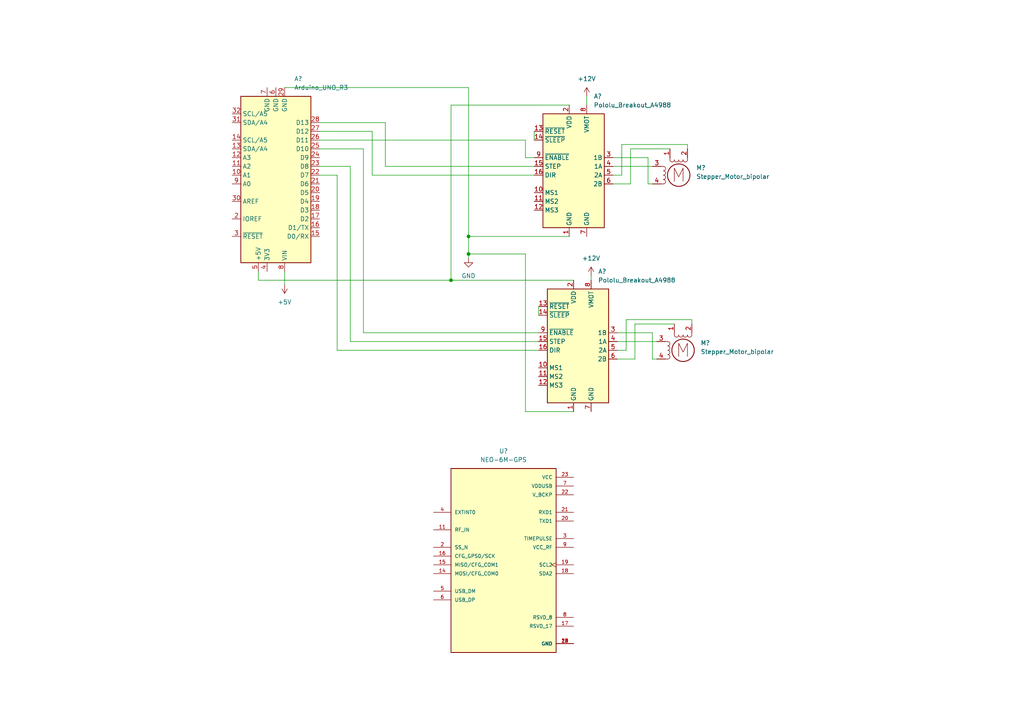
<source format=kicad_sch>
(kicad_sch (version 20211123) (generator eeschema)
  (paper "A4")
  (lib_symbols
    (symbol "Driver_Motor:Pololu_Breakout_A4988"
      (property "Reference" "A" (at -2.54 19.05 0))
      (property "Value" "Pololu_Breakout_A4988" (at -2.54 16.51 0))
      (symbol "Pololu_Breakout_A4988_0_1"
        (rectangle (start 10.16 -17.78) (end -7.62 15.24) (stroke (width 0.254)) (fill (type background)))
      )
      (symbol "Pololu_Breakout_A4988_1_1"
        (pin power_in line (at 0 -20.32 90) (length 2.54) (name "GND") (number "1"))
        (pin input line (at -10.16 -7.62 0) (length 2.54) (name "MS1") (number "10"))
        (pin input line (at -10.16 -10.16 0) (length 2.54) (name "MS2") (number "11"))
        (pin input line (at -10.16 -12.7 0) (length 2.54) (name "MS3") (number "12"))
        (pin input line (at -10.16 10.16 0) (length 2.54) (name "~{RESET}") (number "13"))
        (pin input line (at -10.16 7.62 0) (length 2.54) (name "~{SLEEP}") (number "14"))
        (pin input line (at -10.16 0 0) (length 2.54) (name "STEP") (number "15"))
        (pin input line (at -10.16 -2.54 0) (length 2.54) (name "DIR") (number "16"))
        (pin power_in line (at 0 17.78 270) (length 2.54) (name "VDD") (number "2"))
        (pin output line (at 12.7 2.54 180) (length 2.54) (name "1B") (number "3"))
        (pin output line (at 12.7 0 180) (length 2.54) (name "1A") (number "4"))
        (pin output line (at 12.7 -2.54 180) (length 2.54) (name "2A") (number "5"))
        (pin output line (at 12.7 -5.08 180) (length 2.54) (name "2B") (number "6"))
        (pin power_in line (at 5.08 -20.32 90) (length 2.54) (name "GND") (number "7"))
        (pin power_in line (at 5.08 17.78 270) (length 2.54) (name "VMOT") (number "8"))
        (pin input line (at -10.16 2.54 0) (length 2.54) (name "~{ENABLE}") (number "9"))
      )
    )
    (symbol "MCU_Module:Arduino_UNO_R3"
      (property "Reference" "A" (at -10.16 23.495 0))
      (property "Value" "Arduino_UNO_R3" (at 5.08 -26.67 0))
      (symbol "Arduino_UNO_R3_0_1"
        (rectangle (start -10.16 22.86) (end 10.16 -25.4) (stroke (width 0.254)) (fill (type background)))
      )
      (symbol "Arduino_UNO_R3_1_1"
        (pin no_connect line (at -10.16 -20.32 0) (length 2.54) hide (name "NC") (number "1"))
        (pin bidirectional line (at 12.7 -2.54 180) (length 2.54) (name "A1") (number "10"))
        (pin bidirectional line (at 12.7 -5.08 180) (length 2.54) (name "A2") (number "11"))
        (pin bidirectional line (at 12.7 -7.62 180) (length 2.54) (name "A3") (number "12"))
        (pin bidirectional line (at 12.7 -10.16 180) (length 2.54) (name "SDA/A4") (number "13"))
        (pin bidirectional line (at 12.7 -12.7 180) (length 2.54) (name "SCL/A5") (number "14"))
        (pin bidirectional line (at -12.7 15.24 0) (length 2.54) (name "D0/RX") (number "15"))
        (pin bidirectional line (at -12.7 12.7 0) (length 2.54) (name "D1/TX") (number "16"))
        (pin bidirectional line (at -12.7 10.16 0) (length 2.54) (name "D2") (number "17"))
        (pin bidirectional line (at -12.7 7.62 0) (length 2.54) (name "D3") (number "18"))
        (pin bidirectional line (at -12.7 5.08 0) (length 2.54) (name "D4") (number "19"))
        (pin output line (at 12.7 10.16 180) (length 2.54) (name "IOREF") (number "2"))
        (pin bidirectional line (at -12.7 2.54 0) (length 2.54) (name "D5") (number "20"))
        (pin bidirectional line (at -12.7 0 0) (length 2.54) (name "D6") (number "21"))
        (pin bidirectional line (at -12.7 -2.54 0) (length 2.54) (name "D7") (number "22"))
        (pin bidirectional line (at -12.7 -5.08 0) (length 2.54) (name "D8") (number "23"))
        (pin bidirectional line (at -12.7 -7.62 0) (length 2.54) (name "D9") (number "24"))
        (pin bidirectional line (at -12.7 -10.16 0) (length 2.54) (name "D10") (number "25"))
        (pin bidirectional line (at -12.7 -12.7 0) (length 2.54) (name "D11") (number "26"))
        (pin bidirectional line (at -12.7 -15.24 0) (length 2.54) (name "D12") (number "27"))
        (pin bidirectional line (at -12.7 -17.78 0) (length 2.54) (name "D13") (number "28"))
        (pin power_in line (at -2.54 -27.94 90) (length 2.54) (name "GND") (number "29"))
        (pin input line (at 12.7 15.24 180) (length 2.54) (name "~{RESET}") (number "3"))
        (pin input line (at 12.7 5.08 180) (length 2.54) (name "AREF") (number "30"))
        (pin bidirectional line (at 12.7 -17.78 180) (length 2.54) (name "SDA/A4") (number "31"))
        (pin bidirectional line (at 12.7 -20.32 180) (length 2.54) (name "SCL/A5") (number "32"))
        (pin power_out line (at 2.54 25.4 270) (length 2.54) (name "3V3") (number "4"))
        (pin power_out line (at 5.08 25.4 270) (length 2.54) (name "+5V") (number "5"))
        (pin power_in line (at 0 -27.94 90) (length 2.54) (name "GND") (number "6"))
        (pin power_in line (at 2.54 -27.94 90) (length 2.54) (name "GND") (number "7"))
        (pin power_in line (at -2.54 25.4 270) (length 2.54) (name "VIN") (number "8"))
        (pin bidirectional line (at 12.7 0 180) (length 2.54) (name "A0") (number "9"))
      )
    )
    (symbol "Motor:Stepper_Motor_bipolar" (pin_names (offset 0) hide)
      (property "Reference" "M" (at 3.81 2.54 0))
      (property "Value" "Stepper_Motor_bipolar" (at 3.81 1.27 0))
      (symbol "Stepper_Motor_bipolar_0_0"
        (polyline (pts (xy -1.27 -1.778) (xy -1.27 2.032) (xy 0 -0.508) (xy 1.27 2.032) (xy 1.27 -1.778)))
      )
      (symbol "Stepper_Motor_bipolar_0_1"
        (arc (start -4.445 -2.54) (mid -3.81 -1.905) (end -4.445 -1.27))
        (arc (start -4.445 -1.27) (mid -3.81 -0.635) (end -4.445 0))
        (arc (start -4.445 0) (mid -3.81 0.635) (end -4.445 1.27))
        (arc (start -4.445 1.27) (mid -3.81 1.905) (end -4.445 2.54))
        (arc (start -2.54 4.445) (mid -1.905 3.81) (end -1.27 4.445))
        (arc (start -1.27 4.445) (mid -0.635 3.81) (end 0 4.445))
        (polyline (pts (xy -5.08 -2.54) (xy -4.445 -2.54)))
        (polyline (pts (xy -5.08 2.54) (xy -4.445 2.54)))
        (polyline (pts (xy -2.54 5.08) (xy -2.54 4.445)))
        (polyline (pts (xy 2.54 5.08) (xy 2.54 4.445)))
        (circle (center 0 0) (radius 3.2512) (stroke (width 0.254)))
        (arc (start 0 4.445) (mid 0.635 3.81) (end 1.27 4.445))
        (arc (start 1.27 4.445) (mid 1.905 3.81) (end 2.54 4.445))
      )
      (symbol "Stepper_Motor_bipolar_1_1"
        (pin passive line (at -2.54 7.62 270) (length 2.54) (name "~") (number "1"))
        (pin passive line (at 2.54 7.62 270) (length 2.54) (name "-") (number "2"))
        (pin passive line (at -7.62 2.54 0) (length 2.54) (name "~") (number "3"))
        (pin passive line (at -7.62 -2.54 0) (length 2.54) (name "~") (number "4"))
      )
    )
    (symbol "RF_GPS:NEO-6M-GPS" (pin_names (offset 1.016))
      (property "Reference" "U" (at -15.2439 26.0408 0))
      (property "Value" "NEO-6M-GPS" (at -15.2445 -30.4874 0))
      (symbol "NEO-6M-GPS_0_0"
        (rectangle (start -15.24 -27.94) (end 15.24 25.4) (stroke (width 0.254)) (fill (type background)))
        (pin power_in line (at 20.32 -25.4 180) (length 5.08) (name "GND") (number "10"))
        (pin input line (at -20.32 7.62 0) (length 5.08) (name "RF_IN") (number "11"))
        (pin power_in line (at 20.32 -25.4 180) (length 5.08) (name "GND") (number "12"))
        (pin power_in line (at 20.32 -25.4 180) (length 5.08) (name "GND") (number "13"))
        (pin bidirectional line (at -20.32 -5.08 0) (length 5.08) (name "MOSI/CFG_COM0") (number "14"))
        (pin input line (at -20.32 -2.54 0) (length 5.08) (name "MISO/CFG_COM1") (number "15"))
        (pin input line (at -20.32 0 0) (length 5.08) (name "CFG_GPS0/SCK") (number "16"))
        (pin passive line (at 20.32 -20.32 180) (length 5.08) (name "RSVD_17") (number "17"))
        (pin bidirectional line (at 20.32 -5.08 180) (length 5.08) (name "SDA2") (number "18"))
        (pin bidirectional clock (at 20.32 -2.54 180) (length 5.08) (name "SCL2") (number "19"))
        (pin input line (at -20.32 2.54 0) (length 5.08) (name "SS_N") (number "2"))
        (pin output line (at 20.32 10.16 180) (length 5.08) (name "TXD1") (number "20"))
        (pin input line (at 20.32 12.7 180) (length 5.08) (name "RXD1") (number "21"))
        (pin power_in line (at 20.32 17.78 180) (length 5.08) (name "V_BCKP") (number "22"))
        (pin power_in line (at 20.32 22.86 180) (length 5.08) (name "VCC") (number "23"))
        (pin power_in line (at 20.32 -25.4 180) (length 5.08) (name "GND") (number "24"))
        (pin output line (at 20.32 5.08 180) (length 5.08) (name "TIMEPULSE") (number "3"))
        (pin input line (at -20.32 12.7 0) (length 5.08) (name "EXTINT0") (number "4"))
        (pin bidirectional line (at -20.32 -10.16 0) (length 5.08) (name "USB_DM") (number "5"))
        (pin bidirectional line (at -20.32 -12.7 0) (length 5.08) (name "USB_DP") (number "6"))
        (pin power_in line (at 20.32 20.32 180) (length 5.08) (name "VDDUSB") (number "7"))
        (pin passive line (at 20.32 -17.78 180) (length 5.08) (name "RSVD_8") (number "8"))
        (pin output line (at 20.32 2.54 180) (length 5.08) (name "VCC_RF") (number "9"))
      )
    )
    (symbol "power:+12V" (power) (pin_names (offset 0))
      (property "Value" "+12V" (at 0 3.556 0))
      (symbol "+12V_0_1"
        (polyline (pts (xy -0.762 1.27) (xy 0 2.54)))
        (polyline (pts (xy 0 0) (xy 0 2.54)))
        (polyline (pts (xy 0 2.54) (xy 0.762 1.27)))
      )
      (symbol "+12V_1_1"
        (pin power_in line (at 0 0 90) (length 0) hide (name "+12V") (number "1"))
      )
    )
    (symbol "power:+5V" (power) (pin_names (offset 0))
      (property "Value" "+5V" (at 0 3.556 0))
      (symbol "+5V_0_1"
        (polyline (pts (xy -0.762 1.27) (xy 0 2.54)))
        (polyline (pts (xy 0 0) (xy 0 2.54)))
        (polyline (pts (xy 0 2.54) (xy 0.762 1.27)))
      )
      (symbol "+5V_1_1"
        (pin power_in line (at 0 0 90) (length 0) hide (name "+5V") (number "1"))
      )
    )
    (symbol "power:GND" (power) (pin_names (offset 0))
      (property "Value" "GND" (at 0 -3.81 0))
      (symbol "GND_0_1"
        (polyline (pts (xy 0 0) (xy 0 -1.27) (xy 1.27 -1.27) (xy 0 -2.54) (xy -1.27 -1.27) (xy 0 -1.27)))
      )
      (symbol "GND_1_1"
        (pin power_in line (at 0 0 270) (length 0) hide (name "GND") (number "1"))
      )
    )
  )
  (junction (at 135.89 68.58))
  (junction (at 135.89 73.66))
  (junction (at 130.81 81.28))
  (wire (pts (xy 189.23 96.52) (xy 189.23 104.14)))
  (wire (pts (xy 82.55 25.4) (xy 135.89 25.4)))
  (wire (pts (xy 130.81 81.28) (xy 166.37 81.28)))
  (wire (pts (xy 97.79 101.6) (xy 156.21 101.6)))
  (wire (pts (xy 189.23 104.14) (xy 190.5 104.14)))
  (wire (pts (xy 92.71 43.18) (xy 105.41 43.18)))
  (wire (pts (xy 179.07 96.52) (xy 189.23 96.52)))
  (wire (pts (xy 189.23 53.34) (xy 187.96 53.34)))
  (wire (pts (xy 165.1 30.48) (xy 130.81 30.48)))
  (wire (pts (xy 200.66 93.98) (xy 200.66 92.71)))
  (wire (pts (xy 154.94 50.8) (xy 107.95 50.8)))
  (wire (pts (xy 182.88 53.34) (xy 177.8 53.34)))
  (wire (pts (xy 177.8 48.26) (xy 189.23 48.26)))
  (wire (pts (xy 97.79 50.8) (xy 97.79 101.6)))
  (wire (pts (xy 180.34 50.8) (xy 177.8 50.8)))
  (wire (pts (xy 92.71 35.56) (xy 111.76 35.56)))
  (wire (pts (xy 152.4 119.38) (xy 152.4 73.66)))
  (wire (pts (xy 184.15 93.98) (xy 184.15 104.14)))
  (wire (pts (xy 82.55 82.55) (xy 82.55 78.74)))
  (wire (pts (xy 92.71 48.26) (xy 101.6 48.26)))
  (wire (pts (xy 181.61 92.71) (xy 200.66 92.71)))
  (wire (pts (xy 171.45 80.01) (xy 171.45 81.28)))
  (wire (pts (xy 154.94 38.1) (xy 154.94 40.64)))
  (wire (pts (xy 105.41 43.18) (xy 105.41 96.52)))
  (wire (pts (xy 199.39 41.91) (xy 180.34 41.91)))
  (wire (pts (xy 130.81 30.48) (xy 130.81 81.28)))
  (wire (pts (xy 179.07 99.06) (xy 190.5 99.06)))
  (wire (pts (xy 180.34 41.91) (xy 180.34 50.8)))
  (wire (pts (xy 152.4 45.72) (xy 154.94 45.72)))
  (wire (pts (xy 187.96 53.34) (xy 187.96 45.72)))
  (wire (pts (xy 74.93 78.74) (xy 74.93 81.28)))
  (wire (pts (xy 184.15 93.98) (xy 195.58 93.98)))
  (wire (pts (xy 182.88 43.18) (xy 194.31 43.18)))
  (wire (pts (xy 156.21 99.06) (xy 101.6 99.06)))
  (wire (pts (xy 182.88 43.18) (xy 182.88 53.34)))
  (wire (pts (xy 181.61 92.71) (xy 181.61 101.6)))
  (wire (pts (xy 74.93 81.28) (xy 130.81 81.28)))
  (wire (pts (xy 107.95 50.8) (xy 107.95 38.1)))
  (wire (pts (xy 184.15 104.14) (xy 179.07 104.14)))
  (wire (pts (xy 135.89 73.66) (xy 152.4 73.66)))
  (wire (pts (xy 111.76 35.56) (xy 111.76 48.26)))
  (wire (pts (xy 177.8 45.72) (xy 187.96 45.72)))
  (wire (pts (xy 199.39 43.18) (xy 199.39 41.91)))
  (wire (pts (xy 105.41 96.52) (xy 156.21 96.52)))
  (wire (pts (xy 92.71 40.64) (xy 152.4 40.64)))
  (wire (pts (xy 156.21 88.9) (xy 156.21 91.44)))
  (wire (pts (xy 135.89 25.4) (xy 135.89 68.58)))
  (wire (pts (xy 135.89 73.66) (xy 135.89 74.93)))
  (wire (pts (xy 181.61 101.6) (xy 179.07 101.6)))
  (wire (pts (xy 152.4 40.64) (xy 152.4 45.72)))
  (wire (pts (xy 166.37 119.38) (xy 152.4 119.38)))
  (wire (pts (xy 170.18 27.94) (xy 170.18 30.48)))
  (wire (pts (xy 154.94 48.26) (xy 111.76 48.26)))
  (wire (pts (xy 101.6 99.06) (xy 101.6 48.26)))
  (wire (pts (xy 135.89 68.58) (xy 165.1 68.58)))
  (wire (pts (xy 97.79 50.8) (xy 92.71 50.8)))
  (wire (pts (xy 107.95 38.1) (xy 92.71 38.1)))
  (wire (pts (xy 135.89 68.58) (xy 135.89 73.66)))
  (symbol (lib_id "Motor:Stepper_Motor_bipolar") (at 196.85 50.8 0) (unit 1)
    (property "Reference" "M?" (at 201.93 48.679 0) (effects (justify left)))
    (property "Value" "Stepper_Motor_bipolar" (at 201.93 51.219 0) (effects (justify left)))
    (property "Datasheet" "http://www.infineon.com/dgdl/Application-Note-TLE8110EE_driving_UniPolarStepperMotor_V1.1.pdf?fileId=db3a30431be39b97011be5d0aa0a00b0" (effects hide))
  )
  (symbol (lib_id "Driver_Motor:Pololu_Breakout_A4988") (at 165.1 48.26 0) (unit 1)
    (property "Reference" "A?" (at 172.1994 27.94 0) (effects (justify left)))
    (property "Value" "Pololu_Breakout_A4988" (at 172.1994 30.48 0) (effects (justify left)))
    (property "Footprint" "Module:Pololu_Breakout-16_15.2x20.3mm" (effects hide))
    (property "Datasheet" "https://www.pololu.com/product/2980/pictures" (effects hide))
  )
  (symbol (lib_id "power:+12V") (at 170.18 27.94 0) (unit 1)
    (property "Reference" "#PWR?" (effects hide))
    (property "Value" "+12V" (at 170.18 22.86 0))
  )
  (symbol (lib_id "power:GND") (at 135.89 74.93 0) (unit 1)
    (property "Reference" "#PWR?" (effects hide))
    (property "Value" "GND" (at 135.89 80.01 0))
  )
  (symbol (lib_id "RF_GPS:NEO-6M-GPS") (at 146.05 161.29 0) (unit 1)
    (property "Reference" "U?" (at 146.05 130.81 0))
    (property "Value" "NEO-6M-GPS" (at 146.05 133.35 0))
    (property "Footprint" "XCVR_NEO-6M-GPS" (effects hide))
    (property "STANDARD" "Manufacturer Recommendations" (effects hide))
    (property "PARTREV" "R15" (effects hide))
    (property "MANUFACTURER" "U-Blox" (effects hide))
  )
  (symbol (lib_id "power:+12V") (at 171.45 80.01 0) (unit 1)
    (property "Reference" "#PWR?" (effects hide))
    (property "Value" "+12V" (at 171.45 74.93 0))
  )
  (symbol (lib_id "Motor:Stepper_Motor_bipolar") (at 198.12 101.6 0) (unit 1)
    (property "Reference" "M?" (at 203.2 99.479 0) (effects (justify left)))
    (property "Value" "Stepper_Motor_bipolar" (at 203.2 102.019 0) (effects (justify left)))
    (property "Datasheet" "http://www.infineon.com/dgdl/Application-Note-TLE8110EE_driving_UniPolarStepperMotor_V1.1.pdf?fileId=db3a30431be39b97011be5d0aa0a00b0" (effects hide))
  )
  (symbol (lib_id "MCU_Module:Arduino_UNO_R3") (at 80.01 53.34 180) (unit 1)
    (property "Reference" "A?" (at 85.3187 22.86 0) (effects (justify right)))
    (property "Value" "Arduino_UNO_R3" (at 85.3187 25.4 0) (effects (justify right)))
    (property "Footprint" "Module:Arduino_UNO_R3" (effects hide))
    (property "Datasheet" "https://www.arduino.cc/en/Main/arduinoBoardUno" (effects hide))
  )
  (symbol (lib_id "power:+5V") (at 82.55 82.55 180) (unit 1)
    (property "Reference" "#PWR?" (effects hide))
    (property "Value" "+5V" (at 82.55 87.63 0))
  )
  (symbol (lib_id "Driver_Motor:Pololu_Breakout_A4988") (at 166.37 99.06 0) (unit 1)
    (property "Reference" "A?" (at 173.4694 78.74 0) (effects (justify left)))
    (property "Value" "Pololu_Breakout_A4988" (at 173.4694 81.28 0) (effects (justify left)))
    (property "Footprint" "Module:Pololu_Breakout-16_15.2x20.3mm" (effects hide))
    (property "Datasheet" "https://www.pololu.com/product/2980/pictures" (effects hide))
  )
)
</source>
